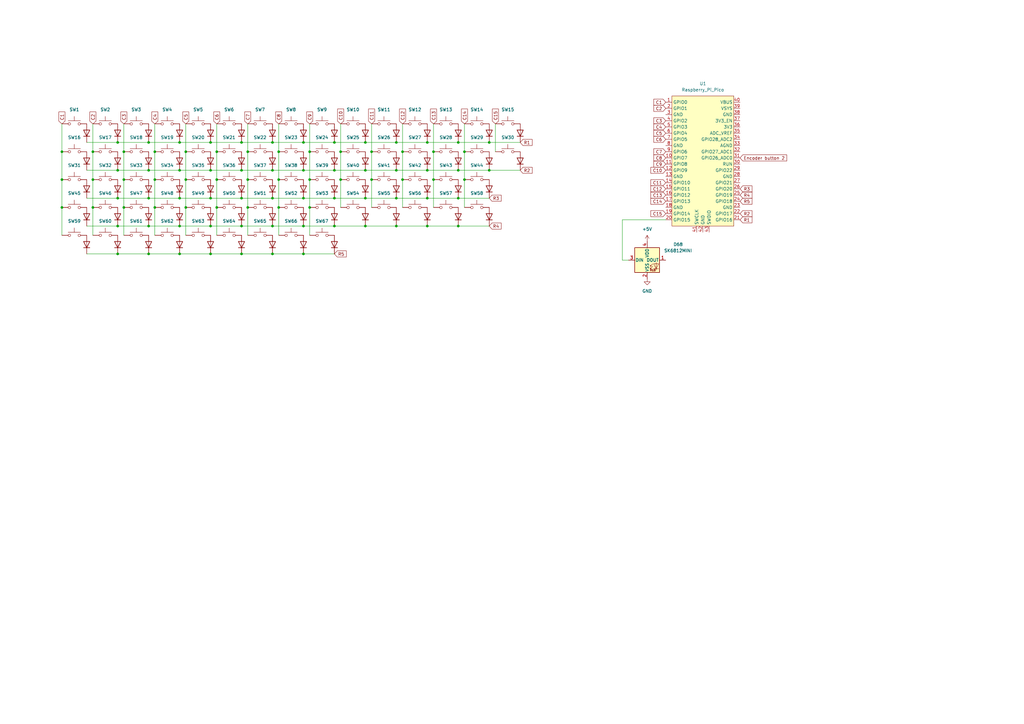
<source format=kicad_sch>
(kicad_sch (version 20250114) (generator "eeschema") (generator_version "9.0")
  (paper "A3")
  (lib_symbols
    (symbol "Device:D" (pin_numbers (hide yes)) (pin_names (offset 1.016) (hide yes))
      (property "Reference" "D" (at 0 2.54 0))
      (property "Value" "D" (at 0 -2.54 0))
      (symbol "D_1_1"
        (pin passive line (at -3.81 0 0) (length 2.54) (name "K") (number "1"))
        (pin passive line (at 3.81 0 180) (length 2.54) (name "A") (number "2"))
      )
    )
    (symbol "LED:SK6812MINI" (pin_names (offset 0.254))
      (property "Reference" "D" (at 5.08 5.715 0))
      (property "Value" "SK6812MINI" (at 1.27 -5.715 0))
      (symbol "SK6812MINI_0_0"
        (text "RGB" (at 2.286 -4.191 0) (effects (font (size 0.762 0.762))))
      )
      (symbol "SK6812MINI_1_1"
        (pin input line (at -7.62 0 0) (length 2.54) (name "DIN") (number "3"))
        (pin power_in line (at 0 7.62 270) (length 2.54) (name "VDD") (number "4"))
        (pin power_in line (at 0 -7.62 90) (length 2.54) (name "VSS") (number "2"))
        (pin output line (at 7.62 0 180) (length 2.54) (name "DOUT") (number "1"))
      )
    )
    (symbol "ScottoKeebs:MCU_Raspberry_Pi_Pico"
      (property "Reference" "U" (at 0 0 0))
      (property "Value" "Raspberry_Pi_Pico" (at 0 27.94 0))
      (symbol "MCU_Raspberry_Pi_Pico_1_1"
        (pin bidirectional line (at -15.24 24.13 0) (length 2.54) (name "GPIO0") (number "1"))
        (pin bidirectional line (at -15.24 21.59 0) (length 2.54) (name "GPIO1") (number "2"))
        (pin power_in line (at -15.24 19.05 0) (length 2.54) (name "GND") (number "3"))
        (pin bidirectional line (at -15.24 16.51 0) (length 2.54) (name "GPIO2") (number "4"))
        (pin bidirectional line (at -15.24 13.97 0) (length 2.54) (name "GPIO3") (number "5"))
        (pin bidirectional line (at -15.24 11.43 0) (length 2.54) (name "GPIO4") (number "6"))
        (pin bidirectional line (at -15.24 8.89 0) (length 2.54) (name "GPIO5") (number "7"))
        (pin power_in line (at -15.24 6.35 0) (length 2.54) (name "GND") (number "8"))
        (pin bidirectional line (at -15.24 3.81 0) (length 2.54) (name "GPIO6") (number "9"))
        (pin bidirectional line (at -15.24 1.27 0) (length 2.54) (name "GPIO7") (number "10"))
        (pin bidirectional line (at -15.24 -1.27 0) (length 2.54) (name "GPIO8") (number "11"))
        (pin bidirectional line (at -15.24 -3.81 0) (length 2.54) (name "GPIO9") (number "12"))
        (pin power_in line (at -15.24 -6.35 0) (length 2.54) (name "GND") (number "13"))
        (pin bidirectional line (at -15.24 -8.89 0) (length 2.54) (name "GPIO10") (number "14"))
        (pin bidirectional line (at -15.24 -11.43 0) (length 2.54) (name "GPIO11") (number "15"))
        (pin bidirectional line (at -15.24 -13.97 0) (length 2.54) (name "GPIO12") (number "16"))
        (pin bidirectional line (at -15.24 -16.51 0) (length 2.54) (name "GPIO13") (number "17"))
        (pin power_in line (at -15.24 -19.05 0) (length 2.54) (name "GND") (number "18"))
        (pin bidirectional line (at -15.24 -21.59 0) (length 2.54) (name "GPIO14") (number "19"))
        (pin bidirectional line (at -15.24 -24.13 0) (length 2.54) (name "GPIO15") (number "20"))
        (pin input line (at -2.54 -29.21 90) (length 2.54) (name "SWCLK") (number "41"))
        (pin power_in line (at 0 -29.21 90) (length 2.54) (name "GND") (number "42"))
        (pin bidirectional line (at 2.54 -29.21 90) (length 2.54) (name "SWDIO") (number "43"))
        (pin power_in line (at 15.24 24.13 180) (length 2.54) (name "VBUS") (number "40"))
        (pin power_in line (at 15.24 21.59 180) (length 2.54) (name "VSYS") (number "39"))
        (pin bidirectional line (at 15.24 19.05 180) (length 2.54) (name "GND") (number "38"))
        (pin input line (at 15.24 16.51 180) (length 2.54) (name "3V3_EN") (number "37"))
        (pin power_in line (at 15.24 13.97 180) (length 2.54) (name "3V3") (number "36"))
        (pin power_in line (at 15.24 11.43 180) (length 2.54) (name "ADC_VREF") (number "35"))
        (pin bidirectional line (at 15.24 8.89 180) (length 2.54) (name "GPIO28_ADC2") (number "34"))
        (pin power_in line (at 15.24 6.35 180) (length 2.54) (name "AGND") (number "33"))
        (pin bidirectional line (at 15.24 3.81 180) (length 2.54) (name "GPIO27_ADC1") (number "32"))
        (pin bidirectional line (at 15.24 1.27 180) (length 2.54) (name "GPIO26_ADC0") (number "31"))
        (pin input line (at 15.24 -1.27 180) (length 2.54) (name "RUN") (number "30"))
        (pin bidirectional line (at 15.24 -3.81 180) (length 2.54) (name "GPIO22") (number "29"))
        (pin power_in line (at 15.24 -6.35 180) (length 2.54) (name "GND") (number "28"))
        (pin bidirectional line (at 15.24 -8.89 180) (length 2.54) (name "GPIO21") (number "27"))
        (pin bidirectional line (at 15.24 -11.43 180) (length 2.54) (name "GPIO20") (number "26"))
        (pin bidirectional line (at 15.24 -13.97 180) (length 2.54) (name "GPIO19") (number "25"))
        (pin bidirectional line (at 15.24 -16.51 180) (length 2.54) (name "GPIO18") (number "24"))
        (pin power_in line (at 15.24 -19.05 180) (length 2.54) (name "GND") (number "23"))
        (pin bidirectional line (at 15.24 -21.59 180) (length 2.54) (name "GPIO17") (number "22"))
        (pin bidirectional line (at 15.24 -24.13 180) (length 2.54) (name "GPIO16") (number "21"))
      )
    )
    (symbol "Switch:SW_Push" (pin_numbers (hide yes)) (pin_names (offset 1.016) (hide yes))
      (property "Reference" "SW" (at 1.27 2.54 0))
      (property "Value" "SW_Push" (at 0 -1.524 0))
      (symbol "SW_Push_0_1"
        (pin passive line (at -5.08 0 0) (length 2.54) (name "1") (number "1"))
        (pin passive line (at 5.08 0 180) (length 2.54) (name "2") (number "2"))
      )
    )
    (symbol "power:+5V" (power) (pin_numbers (hide yes)) (pin_names (offset 0) (hide yes))
      (property "Value" "+5V" (at 0 3.556 0))
      (symbol "+5V_1_1"
        (pin power_in line (at 0 0 90) (length 0) (name "~") (number "1"))
      )
    )
    (symbol "power:GND" (power) (pin_numbers (hide yes)) (pin_names (offset 0) (hide yes))
      (property "Value" "GND" (at 0 -3.81 0))
      (symbol "GND_1_1"
        (pin power_in line (at 0 0 270) (length 0) (name "~") (number "1"))
      )
    )
  )
  (junction (at 139.7 73.66))
  (junction (at 111.76 69.85))
  (junction (at 73.66 58.42))
  (junction (at 76.2 85.09))
  (junction (at 50.8 62.23))
  (junction (at 86.36 104.14))
  (junction (at 25.4 73.66))
  (junction (at 127 73.66))
  (junction (at 162.56 69.85))
  (junction (at 88.9 85.09))
  (junction (at 124.46 104.14))
  (junction (at 73.66 92.71))
  (junction (at 177.8 62.23))
  (junction (at 124.46 81.28))
  (junction (at 175.26 58.42))
  (junction (at 187.96 58.42))
  (junction (at 137.16 81.28))
  (junction (at 111.76 92.71))
  (junction (at 73.66 69.85))
  (junction (at 137.16 69.85))
  (junction (at 149.86 69.85))
  (junction (at 101.6 62.23))
  (junction (at 63.5 62.23))
  (junction (at 124.46 58.42))
  (junction (at 63.5 85.09))
  (junction (at 38.1 73.66))
  (junction (at 88.9 73.66))
  (junction (at 127 85.09))
  (junction (at 99.06 92.71))
  (junction (at 152.4 73.66))
  (junction (at 139.7 62.23))
  (junction (at 73.66 81.28))
  (junction (at 187.96 69.85))
  (junction (at 111.76 81.28))
  (junction (at 165.1 62.23))
  (junction (at 48.26 81.28))
  (junction (at 60.96 104.14))
  (junction (at 86.36 58.42))
  (junction (at 60.96 92.71))
  (junction (at 162.56 92.71))
  (junction (at 48.26 69.85))
  (junction (at 88.9 62.23))
  (junction (at 86.36 81.28))
  (junction (at 101.6 73.66))
  (junction (at 137.16 92.71))
  (junction (at 175.26 92.71))
  (junction (at 60.96 69.85))
  (junction (at 190.5 73.66))
  (junction (at 149.86 81.28))
  (junction (at 50.8 73.66))
  (junction (at 76.2 62.23))
  (junction (at 175.26 81.28))
  (junction (at 149.86 92.71))
  (junction (at 200.66 69.85))
  (junction (at 187.96 81.28))
  (junction (at 76.2 73.66))
  (junction (at 48.26 58.42))
  (junction (at 50.8 85.09))
  (junction (at 99.06 58.42))
  (junction (at 127 62.23))
  (junction (at 48.26 104.14))
  (junction (at 137.16 58.42))
  (junction (at 187.96 92.71))
  (junction (at 99.06 69.85))
  (junction (at 190.5 62.23))
  (junction (at 149.86 58.42))
  (junction (at 165.1 73.66))
  (junction (at 114.3 85.09))
  (junction (at 25.4 85.09))
  (junction (at 152.4 62.23))
  (junction (at 114.3 73.66))
  (junction (at 25.4 62.23))
  (junction (at 124.46 69.85))
  (junction (at 111.76 104.14))
  (junction (at 60.96 81.28))
  (junction (at 114.3 62.23))
  (junction (at 73.66 104.14))
  (junction (at 86.36 92.71))
  (junction (at 86.36 69.85))
  (junction (at 38.1 62.23))
  (junction (at 99.06 81.28))
  (junction (at 63.5 73.66))
  (junction (at 111.76 58.42))
  (junction (at 60.96 58.42))
  (junction (at 175.26 69.85))
  (junction (at 38.1 85.09))
  (junction (at 48.26 92.71))
  (junction (at 162.56 58.42))
  (junction (at 200.66 58.42))
  (junction (at 162.56 81.28))
  (junction (at 177.8 73.66))
  (junction (at 101.6 85.09))
  (junction (at 99.06 104.14))
  (junction (at 124.46 92.71))
  (wire (pts (xy 149.86 81.28) (xy 162.56 81.28)))
  (wire (pts (xy 76.2 62.23) (xy 76.2 73.66)))
  (wire (pts (xy 101.6 50.8) (xy 101.6 62.23)))
  (wire (pts (xy 99.06 69.85) (xy 111.76 69.85)))
  (wire (pts (xy 187.96 92.71) (xy 200.66 92.71)))
  (wire (pts (xy 111.76 58.42) (xy 124.46 58.42)))
  (wire (pts (xy 255.27 106.68) (xy 255.27 90.17)))
  (wire (pts (xy 187.96 58.42) (xy 200.66 58.42)))
  (wire (pts (xy 25.4 73.66) (xy 25.4 85.09)))
  (wire (pts (xy 48.26 81.28) (xy 60.96 81.28)))
  (wire (pts (xy 35.56 58.42) (xy 48.26 58.42)))
  (wire (pts (xy 88.9 85.09) (xy 88.9 96.52)))
  (wire (pts (xy 257.81 106.68) (xy 255.27 106.68)))
  (wire (pts (xy 101.6 62.23) (xy 101.6 73.66)))
  (wire (pts (xy 162.56 92.71) (xy 175.26 92.71)))
  (wire (pts (xy 165.1 50.8) (xy 165.1 62.23)))
  (wire (pts (xy 38.1 85.09) (xy 38.1 96.52)))
  (wire (pts (xy 137.16 58.42) (xy 149.86 58.42)))
  (wire (pts (xy 60.96 81.28) (xy 73.66 81.28)))
  (wire (pts (xy 177.8 50.8) (xy 177.8 62.23)))
  (wire (pts (xy 111.76 81.28) (xy 124.46 81.28)))
  (wire (pts (xy 99.06 104.14) (xy 111.76 104.14)))
  (wire (pts (xy 177.8 62.23) (xy 177.8 73.66)))
  (wire (pts (xy 127 73.66) (xy 127 85.09)))
  (wire (pts (xy 114.3 85.09) (xy 114.3 96.52)))
  (wire (pts (xy 50.8 73.66) (xy 50.8 85.09)))
  (wire (pts (xy 149.86 58.42) (xy 162.56 58.42)))
  (wire (pts (xy 35.56 92.71) (xy 48.26 92.71)))
  (wire (pts (xy 124.46 69.85) (xy 137.16 69.85)))
  (wire (pts (xy 175.26 69.85) (xy 187.96 69.85)))
  (wire (pts (xy 38.1 73.66) (xy 38.1 85.09)))
  (wire (pts (xy 127 50.8) (xy 127 62.23)))
  (wire (pts (xy 86.36 92.71) (xy 99.06 92.71)))
  (wire (pts (xy 35.56 104.14) (xy 48.26 104.14)))
  (wire (pts (xy 50.8 50.8) (xy 50.8 62.23)))
  (wire (pts (xy 48.26 92.71) (xy 60.96 92.71)))
  (wire (pts (xy 99.06 92.71) (xy 111.76 92.71)))
  (wire (pts (xy 190.5 62.23) (xy 190.5 73.66)))
  (wire (pts (xy 114.3 73.66) (xy 114.3 85.09)))
  (wire (pts (xy 190.5 50.8) (xy 190.5 62.23)))
  (wire (pts (xy 73.66 69.85) (xy 86.36 69.85)))
  (wire (pts (xy 190.5 73.66) (xy 190.5 85.09)))
  (wire (pts (xy 175.26 58.42) (xy 187.96 58.42)))
  (wire (pts (xy 25.4 62.23) (xy 25.4 73.66)))
  (wire (pts (xy 149.86 69.85) (xy 162.56 69.85)))
  (wire (pts (xy 99.06 81.28) (xy 111.76 81.28)))
  (wire (pts (xy 60.96 58.42) (xy 73.66 58.42)))
  (wire (pts (xy 152.4 73.66) (xy 152.4 85.09)))
  (wire (pts (xy 86.36 69.85) (xy 99.06 69.85)))
  (wire (pts (xy 60.96 92.71) (xy 73.66 92.71)))
  (wire (pts (xy 35.56 81.28) (xy 48.26 81.28)))
  (wire (pts (xy 50.8 62.23) (xy 50.8 73.66)))
  (wire (pts (xy 127 85.09) (xy 127 96.52)))
  (wire (pts (xy 76.2 50.8) (xy 76.2 62.23)))
  (wire (pts (xy 86.36 81.28) (xy 99.06 81.28)))
  (wire (pts (xy 149.86 92.71) (xy 162.56 92.71)))
  (wire (pts (xy 165.1 73.66) (xy 165.1 85.09)))
  (wire (pts (xy 35.56 69.85) (xy 48.26 69.85)))
  (wire (pts (xy 60.96 69.85) (xy 73.66 69.85)))
  (wire (pts (xy 48.26 58.42) (xy 60.96 58.42)))
  (wire (pts (xy 255.27 90.17) (xy 273.05 90.17)))
  (wire (pts (xy 76.2 73.66) (xy 76.2 85.09)))
  (wire (pts (xy 162.56 69.85) (xy 175.26 69.85)))
  (wire (pts (xy 38.1 62.23) (xy 38.1 73.66)))
  (wire (pts (xy 111.76 92.71) (xy 124.46 92.71)))
  (wire (pts (xy 73.66 58.42) (xy 86.36 58.42)))
  (wire (pts (xy 86.36 58.42) (xy 99.06 58.42)))
  (wire (pts (xy 73.66 104.14) (xy 86.36 104.14)))
  (wire (pts (xy 76.2 85.09) (xy 76.2 96.52)))
  (wire (pts (xy 63.5 73.66) (xy 63.5 85.09)))
  (wire (pts (xy 137.16 81.28) (xy 149.86 81.28)))
  (wire (pts (xy 203.2 50.8) (xy 203.2 62.23)))
  (wire (pts (xy 111.76 104.14) (xy 124.46 104.14)))
  (wire (pts (xy 60.96 104.14) (xy 73.66 104.14)))
  (wire (pts (xy 162.56 81.28) (xy 175.26 81.28)))
  (wire (pts (xy 175.26 92.71) (xy 187.96 92.71)))
  (wire (pts (xy 25.4 50.8) (xy 25.4 62.23)))
  (wire (pts (xy 187.96 69.85) (xy 200.66 69.85)))
  (wire (pts (xy 48.26 69.85) (xy 60.96 69.85)))
  (wire (pts (xy 137.16 69.85) (xy 149.86 69.85)))
  (wire (pts (xy 124.46 81.28) (xy 137.16 81.28)))
  (wire (pts (xy 175.26 81.28) (xy 187.96 81.28)))
  (wire (pts (xy 63.5 62.23) (xy 63.5 73.66)))
  (wire (pts (xy 177.8 73.66) (xy 177.8 85.09)))
  (wire (pts (xy 63.5 85.09) (xy 63.5 96.52)))
  (wire (pts (xy 162.56 58.42) (xy 175.26 58.42)))
  (wire (pts (xy 114.3 50.8) (xy 114.3 62.23)))
  (wire (pts (xy 101.6 85.09) (xy 101.6 96.52)))
  (wire (pts (xy 124.46 58.42) (xy 137.16 58.42)))
  (wire (pts (xy 200.66 58.42) (xy 213.36 58.42)))
  (wire (pts (xy 48.26 104.14) (xy 60.96 104.14)))
  (wire (pts (xy 152.4 50.8) (xy 152.4 62.23)))
  (wire (pts (xy 124.46 92.71) (xy 137.16 92.71)))
  (wire (pts (xy 114.3 62.23) (xy 114.3 73.66)))
  (wire (pts (xy 111.76 69.85) (xy 124.46 69.85)))
  (wire (pts (xy 187.96 81.28) (xy 200.66 81.28)))
  (wire (pts (xy 137.16 92.71) (xy 149.86 92.71)))
  (wire (pts (xy 139.7 73.66) (xy 139.7 85.09)))
  (wire (pts (xy 25.4 85.09) (xy 25.4 96.52)))
  (wire (pts (xy 88.9 62.23) (xy 88.9 73.66)))
  (wire (pts (xy 200.66 69.85) (xy 213.36 69.85)))
  (wire (pts (xy 124.46 104.14) (xy 137.16 104.14)))
  (wire (pts (xy 99.06 58.42) (xy 111.76 58.42)))
  (wire (pts (xy 73.66 81.28) (xy 86.36 81.28)))
  (wire (pts (xy 73.66 92.71) (xy 86.36 92.71)))
  (wire (pts (xy 88.9 50.8) (xy 88.9 62.23)))
  (wire (pts (xy 38.1 50.8) (xy 38.1 62.23)))
  (wire (pts (xy 101.6 73.66) (xy 101.6 85.09)))
  (wire (pts (xy 86.36 104.14) (xy 99.06 104.14)))
  (wire (pts (xy 139.7 50.8) (xy 139.7 62.23)))
  (wire (pts (xy 139.7 62.23) (xy 139.7 73.66)))
  (wire (pts (xy 152.4 62.23) (xy 152.4 73.66)))
  (wire (pts (xy 50.8 85.09) (xy 50.8 96.52)))
  (wire (pts (xy 88.9 73.66) (xy 88.9 85.09)))
  (wire (pts (xy 63.5 50.8) (xy 63.5 62.23)))
  (wire (pts (xy 165.1 62.23) (xy 165.1 73.66)))
  (wire (pts (xy 127 62.23) (xy 127 73.66)))
  (global_label "R4" (shape input) (at 200.66 92.71 0) (property "Intersheetrefs" "${INTERSHEET_REFS}" (effects (hide yes))))
  (global_label "C8" (shape input) (at 114.3 50.8 90) (property "Intersheetrefs" "${INTERSHEET_REFS}" (effects (hide yes))))
  (global_label "C5" (shape input) (at 273.05 54.61 180) (property "Intersheetrefs" "${INTERSHEET_REFS}" (effects (hide yes))))
  (global_label "C9" (shape input) (at 273.05 67.31 180) (property "Intersheetrefs" "${INTERSHEET_REFS}" (effects (hide yes))))
  (global_label "C2" (shape input) (at 273.05 44.45 180) (property "Intersheetrefs" "${INTERSHEET_REFS}" (effects (hide yes))))
  (global_label "C12" (shape input) (at 273.05 77.47 180) (property "Intersheetrefs" "${INTERSHEET_REFS}" (effects (hide yes))))
  (global_label "C13" (shape input) (at 273.05 80.01 180) (property "Intersheetrefs" "${INTERSHEET_REFS}" (effects (hide yes))))
  (global_label "C11" (shape input) (at 273.05 74.93 180) (property "Intersheetrefs" "${INTERSHEET_REFS}" (effects (hide yes))))
  (global_label "Encoder button 2" (shape input) (at 303.53 64.77 0) (property "Intersheetrefs" "${INTERSHEET_REFS}" (effects (hide yes))))
  (global_label "C15" (shape input) (at 203.2 50.8 90) (property "Intersheetrefs" "${INTERSHEET_REFS}" (effects (hide yes))))
  (global_label "R2" (shape input) (at 303.53 87.63 0) (property "Intersheetrefs" "${INTERSHEET_REFS}" (effects (hide yes))))
  (global_label "C10" (shape input) (at 139.7 50.8 90) (property "Intersheetrefs" "${INTERSHEET_REFS}" (effects (hide yes))))
  (global_label "C4" (shape input) (at 63.5 50.8 90) (property "Intersheetrefs" "${INTERSHEET_REFS}" (effects (hide yes))))
  (global_label "R5" (shape input) (at 303.53 82.55 0) (property "Intersheetrefs" "${INTERSHEET_REFS}" (effects (hide yes))))
  (global_label "C12" (shape input) (at 165.1 50.8 90) (property "Intersheetrefs" "${INTERSHEET_REFS}" (effects (hide yes))))
  (global_label "R4" (shape input) (at 303.53 80.01 0) (property "Intersheetrefs" "${INTERSHEET_REFS}" (effects (hide yes))))
  (global_label "C9" (shape input) (at 127 50.8 90) (property "Intersheetrefs" "${INTERSHEET_REFS}" (effects (hide yes))))
  (global_label "C13" (shape input) (at 177.8 50.8 90) (property "Intersheetrefs" "${INTERSHEET_REFS}" (effects (hide yes))))
  (global_label "R3" (shape input) (at 200.66 81.28 0) (property "Intersheetrefs" "${INTERSHEET_REFS}" (effects (hide yes))))
  (global_label "R1" (shape input) (at 303.53 90.17 0) (property "Intersheetrefs" "${INTERSHEET_REFS}" (effects (hide yes))))
  (global_label "C7" (shape input) (at 101.6 50.8 90) (property "Intersheetrefs" "${INTERSHEET_REFS}" (effects (hide yes))))
  (global_label "C14" (shape input) (at 190.5 50.8 90) (property "Intersheetrefs" "${INTERSHEET_REFS}" (effects (hide yes))))
  (global_label "C11" (shape input) (at 152.4 50.8 90) (property "Intersheetrefs" "${INTERSHEET_REFS}" (effects (hide yes))))
  (global_label "R2" (shape input) (at 213.36 69.85 0) (property "Intersheetrefs" "${INTERSHEET_REFS}" (effects (hide yes))))
  (global_label "C7" (shape input) (at 273.05 62.23 180) (property "Intersheetrefs" "${INTERSHEET_REFS}" (effects (hide yes))))
  (global_label "R3" (shape input) (at 303.53 77.47 0) (property "Intersheetrefs" "${INTERSHEET_REFS}" (effects (hide yes))))
  (global_label "R5" (shape input) (at 137.16 104.14 0) (property "Intersheetrefs" "${INTERSHEET_REFS}" (effects (hide yes))))
  (global_label "C2" (shape input) (at 38.1 50.8 90) (property "Intersheetrefs" "${INTERSHEET_REFS}" (effects (hide yes))))
  (global_label "C1" (shape input) (at 273.05 41.91 180) (property "Intersheetrefs" "${INTERSHEET_REFS}" (effects (hide yes))))
  (global_label "C10" (shape input) (at 273.05 69.85 180) (property "Intersheetrefs" "${INTERSHEET_REFS}" (effects (hide yes))))
  (global_label "C8" (shape input) (at 273.05 64.77 180) (property "Intersheetrefs" "${INTERSHEET_REFS}" (effects (hide yes))))
  (global_label "C5" (shape input) (at 76.2 50.8 90) (property "Intersheetrefs" "${INTERSHEET_REFS}" (effects (hide yes))))
  (global_label "C3" (shape input) (at 50.8 50.8 90) (property "Intersheetrefs" "${INTERSHEET_REFS}" (effects (hide yes))))
  (global_label "C4" (shape input) (at 273.05 52.07 180) (property "Intersheetrefs" "${INTERSHEET_REFS}" (effects (hide yes))))
  (global_label "C1" (shape input) (at 25.4 50.8 90) (property "Intersheetrefs" "${INTERSHEET_REFS}" (effects (hide yes))))
  (global_label "R1" (shape input) (at 213.36 58.42 0) (property "Intersheetrefs" "${INTERSHEET_REFS}" (effects (hide yes))))
  (global_label "C15" (shape input) (at 273.05 87.63 180) (property "Intersheetrefs" "${INTERSHEET_REFS}" (effects (hide yes))))
  (global_label "C14" (shape input) (at 273.05 82.55 180) (property "Intersheetrefs" "${INTERSHEET_REFS}" (effects (hide yes))))
  (global_label "C6" (shape input) (at 88.9 50.8 90) (property "Intersheetrefs" "${INTERSHEET_REFS}" (effects (hide yes))))
  (global_label "C6" (shape input) (at 273.05 57.15 180) (property "Intersheetrefs" "${INTERSHEET_REFS}" (effects (hide yes))))
  (global_label "C3" (shape input) (at 273.05 49.53 180) (property "Intersheetrefs" "${INTERSHEET_REFS}" (effects (hide yes))))
  (symbol (lib_id "Device:D") (at 60.96 77.47 90) (unit 1)
    (property "Reference" "D33" (effects (hide yes)))
    (property "Value" "D" (effects (hide yes)))
    (property "Footprint" "Diode_THT:D_DO-35_SOD27_P7.62mm_Horizontal" (effects (hide yes)))
    (property "Description" "Diode" (effects (hide yes)))
    (property "Sim.Device" "D" (effects (hide yes)))
    (property "Sim.Pins" "1=K 2=A" (effects (hide yes)))
  )
  (symbol (lib_id "Switch:SW_Push") (at 170.18 62.23 0) (unit 1)
    (property "Reference" "SW27" (at 170.18 56.388 0))
    (property "Value" "SW_Push" (effects (hide yes)))
    (property "Footprint" "Button_Switch_Keyboard:SW_Cherry_MX_1.00u_PCB" (effects (hide yes)))
    (property "Description" "Push button switch, generic, two pins" (effects (hide yes)))
  )
  (symbol (lib_id "Device:D") (at 73.66 100.33 90) (unit 1)
    (property "Reference" "D62" (effects (hide yes)))
    (property "Value" "D" (effects (hide yes)))
    (property "Footprint" "Diode_THT:D_DO-35_SOD27_P7.62mm_Horizontal" (effects (hide yes)))
    (property "Description" "Diode" (effects (hide yes)))
    (property "Sim.Device" "D" (effects (hide yes)))
    (property "Sim.Pins" "1=K 2=A" (effects (hide yes)))
  )
  (symbol (lib_id "Device:D") (at 124.46 88.9 90) (unit 1)
    (property "Reference" "D52" (effects (hide yes)))
    (property "Value" "D" (effects (hide yes)))
    (property "Footprint" "Diode_THT:D_DO-35_SOD27_P7.62mm_Horizontal" (effects (hide yes)))
    (property "Description" "Diode" (effects (hide yes)))
    (property "Sim.Device" "D" (effects (hide yes)))
    (property "Sim.Pins" "1=K 2=A" (effects (hide yes)))
  )
  (symbol (lib_id "Device:D") (at 137.16 66.04 90) (unit 1)
    (property "Reference" "D24" (effects (hide yes)))
    (property "Value" "D" (effects (hide yes)))
    (property "Footprint" "Diode_THT:D_DO-35_SOD27_P7.62mm_Horizontal" (effects (hide yes)))
    (property "Description" "Diode" (effects (hide yes)))
    (property "Sim.Device" "D" (effects (hide yes)))
    (property "Sim.Pins" "1=K 2=A" (effects (hide yes)))
  )
  (symbol (lib_id "Switch:SW_Push") (at 43.18 96.52 0) (unit 1)
    (property "Reference" "SW60" (at 43.18 90.678 0))
    (property "Value" "SW_Push" (effects (hide yes)))
    (property "Footprint" "Button_Switch_Keyboard:SW_Cherry_MX_1.25u_PCB" (effects (hide yes)))
    (property "Description" "Push button switch, generic, two pins" (effects (hide yes)))
  )
  (symbol (lib_id "Switch:SW_Push") (at 132.08 85.09 0) (unit 1)
    (property "Reference" "SW53" (at 132.08 79.248 0))
    (property "Value" "SW_Push" (effects (hide yes)))
    (property "Footprint" "Button_Switch_Keyboard:SW_Cherry_MX_1.00u_PCB" (effects (hide yes)))
    (property "Description" "Push button switch, generic, two pins" (effects (hide yes)))
  )
  (symbol (lib_id "Switch:SW_Push") (at 55.88 85.09 0) (unit 1)
    (property "Reference" "SW47" (at 55.88 79.248 0))
    (property "Value" "SW_Push" (effects (hide yes)))
    (property "Footprint" "Button_Switch_Keyboard:SW_Cherry_MX_1.00u_PCB" (effects (hide yes)))
    (property "Description" "Push button switch, generic, two pins" (effects (hide yes)))
  )
  (symbol (lib_id "Device:D") (at 48.26 88.9 90) (unit 1)
    (property "Reference" "D46" (effects (hide yes)))
    (property "Value" "D" (effects (hide yes)))
    (property "Footprint" "Diode_THT:D_DO-35_SOD27_P7.62mm_Horizontal" (effects (hide yes)))
    (property "Description" "Diode" (effects (hide yes)))
    (property "Sim.Device" "D" (effects (hide yes)))
    (property "Sim.Pins" "1=K 2=A" (effects (hide yes)))
  )
  (symbol (lib_id "Device:D") (at 175.26 66.04 90) (unit 1)
    (property "Reference" "D27" (effects (hide yes)))
    (property "Value" "D" (effects (hide yes)))
    (property "Footprint" "Diode_THT:D_DO-35_SOD27_P7.62mm_Horizontal" (effects (hide yes)))
    (property "Description" "Diode" (effects (hide yes)))
    (property "Sim.Device" "D" (effects (hide yes)))
    (property "Sim.Pins" "1=K 2=A" (effects (hide yes)))
  )
  (symbol (lib_id "Switch:SW_Push") (at 208.28 50.8 0) (unit 1)
    (property "Reference" "SW15" (at 208.28 44.958 0))
    (property "Value" "SW_Push" (effects (hide yes)))
    (property "Footprint" "Button_Switch_Keyboard:SW_Cherry_MX_1.00u_PCB" (effects (hide yes)))
    (property "Description" "Push button switch, generic, two pins" (effects (hide yes)))
  )
  (symbol (lib_id "Device:D") (at 99.06 77.47 90) (unit 1)
    (property "Reference" "D36" (effects (hide yes)))
    (property "Value" "D" (effects (hide yes)))
    (property "Footprint" "Diode_THT:D_DO-35_SOD27_P7.62mm_Horizontal" (effects (hide yes)))
    (property "Description" "Diode" (effects (hide yes)))
    (property "Sim.Device" "D" (effects (hide yes)))
    (property "Sim.Pins" "1=K 2=A" (effects (hide yes)))
  )
  (symbol (lib_id "Switch:SW_Push") (at 68.58 85.09 0) (unit 1)
    (property "Reference" "SW48" (at 68.58 79.248 0))
    (property "Value" "SW_Push" (effects (hide yes)))
    (property "Footprint" "Button_Switch_Keyboard:SW_Cherry_MX_1.00u_PCB" (effects (hide yes)))
    (property "Description" "Push button switch, generic, two pins" (effects (hide yes)))
  )
  (symbol (lib_id "Device:D") (at 124.46 54.61 90) (unit 1)
    (property "Reference" "D8" (effects (hide yes)))
    (property "Value" "D" (effects (hide yes)))
    (property "Footprint" "Diode_THT:D_DO-35_SOD27_P7.62mm_Horizontal" (effects (hide yes)))
    (property "Description" "Diode" (effects (hide yes)))
    (property "Sim.Device" "D" (effects (hide yes)))
    (property "Sim.Pins" "1=K 2=A" (effects (hide yes)))
  )
  (symbol (lib_id "Device:D") (at 35.56 100.33 90) (unit 1)
    (property "Reference" "D59" (effects (hide yes)))
    (property "Value" "D" (effects (hide yes)))
    (property "Footprint" "Diode_THT:D_DO-35_SOD27_P7.62mm_Horizontal" (effects (hide yes)))
    (property "Description" "Diode" (effects (hide yes)))
    (property "Sim.Device" "D" (effects (hide yes)))
    (property "Sim.Pins" "1=K 2=A" (effects (hide yes)))
  )
  (symbol (lib_id "Device:D") (at 111.76 66.04 90) (unit 1)
    (property "Reference" "D22" (effects (hide yes)))
    (property "Value" "D" (effects (hide yes)))
    (property "Footprint" "Diode_THT:D_DO-35_SOD27_P7.62mm_Horizontal" (effects (hide yes)))
    (property "Description" "Diode" (effects (hide yes)))
    (property "Sim.Device" "D" (effects (hide yes)))
    (property "Sim.Pins" "1=K 2=A" (effects (hide yes)))
  )
  (symbol (lib_id "Switch:SW_Push") (at 144.78 85.09 0) (unit 1)
    (property "Reference" "SW54" (at 144.78 79.248 0))
    (property "Value" "SW_Push" (effects (hide yes)))
    (property "Footprint" "Button_Switch_Keyboard:SW_Cherry_MX_1.00u_PCB" (effects (hide yes)))
    (property "Description" "Push button switch, generic, two pins" (effects (hide yes)))
  )
  (symbol (lib_id "Device:D") (at 175.26 88.9 90) (unit 1)
    (property "Reference" "D56" (effects (hide yes)))
    (property "Value" "D" (effects (hide yes)))
    (property "Footprint" "Diode_THT:D_DO-35_SOD27_P7.62mm_Horizontal" (effects (hide yes)))
    (property "Description" "Diode" (effects (hide yes)))
    (property "Sim.Device" "D" (effects (hide yes)))
    (property "Sim.Pins" "1=K 2=A" (effects (hide yes)))
  )
  (symbol (lib_id "Device:D") (at 124.46 66.04 90) (unit 1)
    (property "Reference" "D23" (effects (hide yes)))
    (property "Value" "D" (effects (hide yes)))
    (property "Footprint" "Diode_THT:D_DO-35_SOD27_P7.62mm_Horizontal" (effects (hide yes)))
    (property "Description" "Diode" (effects (hide yes)))
    (property "Sim.Device" "D" (effects (hide yes)))
    (property "Sim.Pins" "1=K 2=A" (effects (hide yes)))
  )
  (symbol (lib_id "Switch:SW_Push") (at 68.58 73.66 0) (unit 1)
    (property "Reference" "SW34" (at 68.58 67.818 0))
    (property "Value" "SW_Push" (effects (hide yes)))
    (property "Footprint" "Button_Switch_Keyboard:SW_Cherry_MX_1.00u_PCB" (effects (hide yes)))
    (property "Description" "Push button switch, generic, two pins" (effects (hide yes)))
  )
  (symbol (lib_id "Switch:SW_Push") (at 43.18 85.09 0) (unit 1)
    (property "Reference" "SW46" (at 43.18 79.248 0))
    (property "Value" "SW_Push" (effects (hide yes)))
    (property "Footprint" "Button_Switch_Keyboard:SW_Cherry_MX_1.00u_PCB" (effects (hide yes)))
    (property "Description" "Push button switch, generic, two pins" (effects (hide yes)))
  )
  (symbol (lib_id "Switch:SW_Push") (at 30.48 73.66 0) (unit 1)
    (property "Reference" "SW31" (at 30.48 67.818 0))
    (property "Value" "SW_Push" (effects (hide yes)))
    (property "Footprint" "Button_Switch_Keyboard:SW_Cherry_MX_1.75u_PCB" (effects (hide yes)))
    (property "Description" "Push button switch, generic, two pins" (effects (hide yes)))
  )
  (symbol (lib_id "Switch:SW_Push") (at 30.48 50.8 0) (unit 1)
    (property "Reference" "SW1" (at 30.48 44.958 0))
    (property "Value" "SW_Push" (effects (hide yes)))
    (property "Footprint" "Button_Switch_Keyboard:SW_Cherry_MX_1.00u_PCB" (effects (hide yes)))
    (property "Description" "Push button switch, generic, two pins" (effects (hide yes)))
  )
  (symbol (lib_id "Device:D") (at 187.96 54.61 90) (unit 1)
    (property "Reference" "D13" (effects (hide yes)))
    (property "Value" "D" (effects (hide yes)))
    (property "Footprint" "Diode_THT:D_DO-35_SOD27_P7.62mm_Horizontal" (effects (hide yes)))
    (property "Description" "Diode" (effects (hide yes)))
    (property "Sim.Device" "D" (effects (hide yes)))
    (property "Sim.Pins" "1=K 2=A" (effects (hide yes)))
  )
  (symbol (lib_id "Switch:SW_Push") (at 30.48 62.23 0) (unit 1)
    (property "Reference" "SW16" (at 30.48 56.388 0))
    (property "Value" "SW_Push" (effects (hide yes)))
    (property "Footprint" "Button_Switch_Keyboard:SW_Cherry_MX_1.50u_PCB" (effects (hide yes)))
    (property "Description" "Push button switch, generic, two pins" (effects (hide yes)))
  )
  (symbol (lib_id "Device:D") (at 137.16 54.61 90) (unit 1)
    (property "Reference" "D9" (effects (hide yes)))
    (property "Value" "D" (effects (hide yes)))
    (property "Footprint" "Diode_THT:D_DO-35_SOD27_P7.62mm_Horizontal" (effects (hide yes)))
    (property "Description" "Diode" (effects (hide yes)))
    (property "Sim.Device" "D" (effects (hide yes)))
    (property "Sim.Pins" "1=K 2=A" (effects (hide yes)))
  )
  (symbol (lib_id "Device:D") (at 99.06 88.9 90) (unit 1)
    (property "Reference" "D50" (effects (hide yes)))
    (property "Value" "D" (effects (hide yes)))
    (property "Footprint" "Diode_THT:D_DO-35_SOD27_P7.62mm_Horizontal" (effects (hide yes)))
    (property "Description" "Diode" (effects (hide yes)))
    (property "Sim.Device" "D" (effects (hide yes)))
    (property "Sim.Pins" "1=K 2=A" (effects (hide yes)))
  )
  (symbol (lib_id "Device:D") (at 48.26 100.33 90) (unit 1)
    (property "Reference" "D60" (effects (hide yes)))
    (property "Value" "D" (effects (hide yes)))
    (property "Footprint" "Diode_THT:D_DO-35_SOD27_P7.62mm_Horizontal" (effects (hide yes)))
    (property "Description" "Diode" (effects (hide yes)))
    (property "Sim.Device" "D" (effects (hide yes)))
    (property "Sim.Pins" "1=K 2=A" (effects (hide yes)))
  )
  (symbol (lib_id "Switch:SW_Push") (at 195.58 73.66 0) (unit 1)
    (property "Reference" "SW44" (at 195.58 67.818 0))
    (property "Value" "SW_Push" (effects (hide yes)))
    (property "Footprint" "Button_Switch_Keyboard:SW_Cherry_MX_1.00u_PCB" (effects (hide yes)))
    (property "Description" "Push button switch, generic, two pins" (effects (hide yes)))
  )
  (symbol (lib_id "Device:D") (at 149.86 77.47 90) (unit 1)
    (property "Reference" "D40" (effects (hide yes)))
    (property "Value" "D" (effects (hide yes)))
    (property "Footprint" "Diode_THT:D_DO-35_SOD27_P7.62mm_Horizontal" (effects (hide yes)))
    (property "Description" "Diode" (effects (hide yes)))
    (property "Sim.Device" "D" (effects (hide yes)))
    (property "Sim.Pins" "1=K 2=A" (effects (hide yes)))
  )
  (symbol (lib_id "Device:D") (at 162.56 88.9 90) (unit 1)
    (property "Reference" "D55" (effects (hide yes)))
    (property "Value" "D" (effects (hide yes)))
    (property "Footprint" "Diode_THT:D_DO-35_SOD27_P7.62mm_Horizontal" (effects (hide yes)))
    (property "Description" "Diode" (effects (hide yes)))
    (property "Sim.Device" "D" (effects (hide yes)))
    (property "Sim.Pins" "1=K 2=A" (effects (hide yes)))
  )
  (symbol (lib_id "Switch:SW_Push") (at 182.88 73.66 0) (unit 1)
    (property "Reference" "SW43" (at 182.88 67.818 0))
    (property "Value" "SW_Push" (effects (hide yes)))
    (property "Footprint" "Button_Switch_Keyboard:SW_Cherry_MX_2.00u_PCB" (effects (hide yes)))
    (property "Description" "Push button switch, generic, two pins" (effects (hide yes)))
  )
  (symbol (lib_id "Device:D") (at 111.76 77.47 90) (unit 1)
    (property "Reference" "D37" (effects (hide yes)))
    (property "Value" "D" (effects (hide yes)))
    (property "Footprint" "Diode_THT:D_DO-35_SOD27_P7.62mm_Horizontal" (effects (hide yes)))
    (property "Description" "Diode" (effects (hide yes)))
    (property "Sim.Device" "D" (effects (hide yes)))
    (property "Sim.Pins" "1=K 2=A" (effects (hide yes)))
  )
  (symbol (lib_id "Switch:SW_Push") (at 55.88 96.52 0) (unit 1)
    (property "Reference" "SW61" (at 55.88 90.678 0))
    (property "Value" "SW_Push" (effects (hide yes)))
    (property "Footprint" "Button_Switch_Keyboard:SW_Cherry_MX_1.25u_PCB" (effects (hide yes)))
    (property "Description" "Push button switch, generic, two pins" (effects (hide yes)))
  )
  (symbol (lib_id "Device:D") (at 175.26 77.47 90) (unit 1)
    (property "Reference" "D42" (effects (hide yes)))
    (property "Value" "D" (effects (hide yes)))
    (property "Footprint" "Diode_THT:D_DO-35_SOD27_P7.62mm_Horizontal" (effects (hide yes)))
    (property "Description" "Diode" (effects (hide yes)))
    (property "Sim.Device" "D" (effects (hide yes)))
    (property "Sim.Pins" "1=K 2=A" (effects (hide yes)))
  )
  (symbol (lib_id "Switch:SW_Push") (at 106.68 50.8 0) (unit 1)
    (property "Reference" "SW7" (at 106.68 44.958 0))
    (property "Value" "SW_Push" (effects (hide yes)))
    (property "Footprint" "Button_Switch_Keyboard:SW_Cherry_MX_1.00u_PCB" (effects (hide yes)))
    (property "Description" "Push button switch, generic, two pins" (effects (hide yes)))
  )
  (symbol (lib_id "Switch:SW_Push") (at 55.88 62.23 0) (unit 1)
    (property "Reference" "SW18" (at 55.88 56.388 0))
    (property "Value" "SW_Push" (effects (hide yes)))
    (property "Footprint" "Button_Switch_Keyboard:SW_Cherry_MX_1.00u_PCB" (effects (hide yes)))
    (property "Description" "Push button switch, generic, two pins" (effects (hide yes)))
  )
  (symbol (lib_id "Device:D") (at 73.66 77.47 90) (unit 1)
    (property "Reference" "D34" (effects (hide yes)))
    (property "Value" "D" (effects (hide yes)))
    (property "Footprint" "Diode_THT:D_DO-35_SOD27_P7.62mm_Horizontal" (effects (hide yes)))
    (property "Description" "Diode" (effects (hide yes)))
    (property "Sim.Device" "D" (effects (hide yes)))
    (property "Sim.Pins" "1=K 2=A" (effects (hide yes)))
  )
  (symbol (lib_id "Device:D") (at 60.96 66.04 90) (unit 1)
    (property "Reference" "D18" (effects (hide yes)))
    (property "Value" "D" (effects (hide yes)))
    (property "Footprint" "Diode_THT:D_DO-35_SOD27_P7.62mm_Horizontal" (effects (hide yes)))
    (property "Description" "Diode" (effects (hide yes)))
    (property "Sim.Device" "D" (effects (hide yes)))
    (property "Sim.Pins" "1=K 2=A" (effects (hide yes)))
  )
  (symbol (lib_id "Device:D") (at 35.56 66.04 90) (unit 1)
    (property "Reference" "D16" (effects (hide yes)))
    (property "Value" "D" (effects (hide yes)))
    (property "Footprint" "Diode_THT:D_DO-35_SOD27_P7.62mm_Horizontal" (effects (hide yes)))
    (property "Description" "Diode" (effects (hide yes)))
    (property "Sim.Device" "D" (effects (hide yes)))
    (property "Sim.Pins" "1=K 2=A" (effects (hide yes)))
  )
  (symbol (lib_id "Switch:SW_Push") (at 68.58 96.52 0) (unit 1)
    (property "Reference" "SW62" (at 68.58 90.678 0))
    (property "Value" "SW_Push" (effects (hide yes)))
    (property "Footprint" "Button_Switch_Keyboard:SW_Cherry_MX_6.25u_PCB" (effects (hide yes)))
    (property "Description" "Push button switch, generic, two pins" (effects (hide yes)))
  )
  (symbol (lib_id "Switch:SW_Push") (at 157.48 62.23 0) (unit 1)
    (property "Reference" "SW26" (at 157.48 56.388 0))
    (property "Value" "SW_Push" (effects (hide yes)))
    (property "Footprint" "Button_Switch_Keyboard:SW_Cherry_MX_1.00u_PCB" (effects (hide yes)))
    (property "Description" "Push button switch, generic, two pins" (effects (hide yes)))
  )
  (symbol (lib_id "Switch:SW_Push") (at 81.28 62.23 0) (unit 1)
    (property "Reference" "SW20" (at 81.28 56.388 0))
    (property "Value" "SW_Push" (effects (hide yes)))
    (property "Footprint" "Button_Switch_Keyboard:SW_Cherry_MX_1.00u_PCB" (effects (hide yes)))
    (property "Description" "Push button switch, generic, two pins" (effects (hide yes)))
  )
  (symbol (lib_id "Switch:SW_Push") (at 81.28 50.8 0) (unit 1)
    (property "Reference" "SW5" (at 81.28 44.958 0))
    (property "Value" "SW_Push" (effects (hide yes)))
    (property "Footprint" "Button_Switch_Keyboard:SW_Cherry_MX_1.00u_PCB" (effects (hide yes)))
    (property "Description" "Push button switch, generic, two pins" (effects (hide yes)))
  )
  (symbol (lib_id "Switch:SW_Push") (at 132.08 62.23 0) (unit 1)
    (property "Reference" "SW24" (at 132.08 56.388 0))
    (property "Value" "SW_Push" (effects (hide yes)))
    (property "Footprint" "Button_Switch_Keyboard:SW_Cherry_MX_1.00u_PCB" (effects (hide yes)))
    (property "Description" "Push button switch, generic, two pins" (effects (hide yes)))
  )
  (symbol (lib_id "Switch:SW_Push") (at 81.28 73.66 0) (unit 1)
    (property "Reference" "SW35" (at 81.28 67.818 0))
    (property "Value" "SW_Push" (effects (hide yes)))
    (property "Footprint" "Button_Switch_Keyboard:SW_Cherry_MX_1.00u_PCB" (effects (hide yes)))
    (property "Description" "Push button switch, generic, two pins" (effects (hide yes)))
  )
  (symbol (lib_id "Switch:SW_Push") (at 195.58 50.8 0) (unit 1)
    (property "Reference" "SW14" (at 195.58 44.958 0))
    (property "Value" "SW_Push" (effects (hide yes)))
    (property "Footprint" "Button_Switch_Keyboard:SW_Cherry_MX_1.75u_PCB" (effects (hide yes)))
    (property "Description" "Push button switch, generic, two pins" (effects (hide yes)))
  )
  (symbol (lib_id "Device:D") (at 111.76 54.61 90) (unit 1)
    (property "Reference" "D7" (effects (hide yes)))
    (property "Value" "D" (effects (hide yes)))
    (property "Footprint" "Diode_THT:D_DO-35_SOD27_P7.62mm_Horizontal" (effects (hide yes)))
    (property "Description" "Diode" (effects (hide yes)))
    (property "Sim.Device" "D" (effects (hide yes)))
    (property "Sim.Pins" "1=K 2=A" (effects (hide yes)))
  )
  (symbol (lib_id "Device:D") (at 111.76 100.33 90) (unit 1)
    (property "Reference" "D65" (effects (hide yes)))
    (property "Value" "D" (effects (hide yes)))
    (property "Footprint" "Diode_THT:D_DO-35_SOD27_P7.62mm_Horizontal" (effects (hide yes)))
    (property "Description" "Diode" (effects (hide yes)))
    (property "Sim.Device" "D" (effects (hide yes)))
    (property "Sim.Pins" "1=K 2=A" (effects (hide yes)))
  )
  (symbol (lib_id "Device:D") (at 99.06 66.04 90) (unit 1)
    (property "Reference" "D21" (effects (hide yes)))
    (property "Value" "D" (effects (hide yes)))
    (property "Footprint" "Diode_THT:D_DO-35_SOD27_P7.62mm_Horizontal" (effects (hide yes)))
    (property "Description" "Diode" (effects (hide yes)))
    (property "Sim.Device" "D" (effects (hide yes)))
    (property "Sim.Pins" "1=K 2=A" (effects (hide yes)))
  )
  (symbol (lib_id "Device:D") (at 35.56 88.9 90) (unit 1)
    (property "Reference" "D45" (effects (hide yes)))
    (property "Value" "D" (effects (hide yes)))
    (property "Footprint" "Diode_THT:D_DO-35_SOD27_P7.62mm_Horizontal" (effects (hide yes)))
    (property "Description" "Diode" (effects (hide yes)))
    (property "Sim.Device" "D" (effects (hide yes)))
    (property "Sim.Pins" "1=K 2=A" (effects (hide yes)))
  )
  (symbol (lib_id "power:GND") (at 265.43 114.3 0) (unit 1)
    (property "Reference" "#PWR01" (effects (hide yes)))
    (property "Value" "GND" (at 265.43 119.38 0))
    (property "Description" "Power symbol creates a global label with name \"GND\" , ground" (effects (hide yes)))
  )
  (symbol (lib_id "Device:D") (at 60.96 100.33 90) (unit 1)
    (property "Reference" "D61" (effects (hide yes)))
    (property "Value" "D" (effects (hide yes)))
    (property "Footprint" "Diode_THT:D_DO-35_SOD27_P7.62mm_Horizontal" (effects (hide yes)))
    (property "Description" "Diode" (effects (hide yes)))
    (property "Sim.Device" "D" (effects (hide yes)))
    (property "Sim.Pins" "1=K 2=A" (effects (hide yes)))
  )
  (symbol (lib_id "Switch:SW_Push") (at 55.88 73.66 0) (unit 1)
    (property "Reference" "SW33" (at 55.88 67.818 0))
    (property "Value" "SW_Push" (effects (hide yes)))
    (property "Footprint" "Button_Switch_Keyboard:SW_Cherry_MX_1.00u_PCB" (effects (hide yes)))
    (property "Description" "Push button switch, generic, two pins" (effects (hide yes)))
  )
  (symbol (lib_id "Device:D") (at 86.36 100.33 90) (unit 1)
    (property "Reference" "D63" (effects (hide yes)))
    (property "Value" "D" (effects (hide yes)))
    (property "Footprint" "Diode_THT:D_DO-35_SOD27_P7.62mm_Horizontal" (effects (hide yes)))
    (property "Description" "Diode" (effects (hide yes)))
    (property "Sim.Device" "D" (effects (hide yes)))
    (property "Sim.Pins" "1=K 2=A" (effects (hide yes)))
  )
  (symbol (lib_id "Switch:SW_Push") (at 157.48 50.8 0) (unit 1)
    (property "Reference" "SW11" (at 157.48 44.958 0))
    (property "Value" "SW_Push" (effects (hide yes)))
    (property "Footprint" "Button_Switch_Keyboard:SW_Cherry_MX_1.00u_PCB" (effects (hide yes)))
    (property "Description" "Push button switch, generic, two pins" (effects (hide yes)))
  )
  (symbol (lib_id "Device:D") (at 200.66 54.61 90) (unit 1)
    (property "Reference" "D14" (effects (hide yes)))
    (property "Value" "D" (effects (hide yes)))
    (property "Footprint" "Diode_THT:D_DO-35_SOD27_P7.62mm_Horizontal" (effects (hide yes)))
    (property "Description" "Diode" (effects (hide yes)))
    (property "Sim.Device" "D" (effects (hide yes)))
    (property "Sim.Pins" "1=K 2=A" (effects (hide yes)))
  )
  (symbol (lib_id "Device:D") (at 99.06 100.33 90) (unit 1)
    (property "Reference" "D64" (effects (hide yes)))
    (property "Value" "D" (effects (hide yes)))
    (property "Footprint" "Diode_THT:D_DO-35_SOD27_P7.62mm_Horizontal" (effects (hide yes)))
    (property "Description" "Diode" (effects (hide yes)))
    (property "Sim.Device" "D" (effects (hide yes)))
    (property "Sim.Pins" "1=K 2=A" (effects (hide yes)))
  )
  (symbol (lib_id "Switch:SW_Push") (at 93.98 96.52 0) (unit 1)
    (property "Reference" "SW64" (at 93.98 90.678 0))
    (property "Value" "SW_Push" (effects (hide yes)))
    (property "Footprint" "Button_Switch_Keyboard:SW_Cherry_MX_1.25u_PCB" (effects (hide yes)))
    (property "Description" "Push button switch, generic, two pins" (effects (hide yes)))
  )
  (symbol (lib_id "Switch:SW_Push") (at 170.18 50.8 0) (unit 1)
    (property "Reference" "SW12" (at 170.18 44.958 0))
    (property "Value" "SW_Push" (effects (hide yes)))
    (property "Footprint" "Button_Switch_Keyboard:SW_Cherry_MX_1.00u_PCB" (effects (hide yes)))
    (property "Description" "Push button switch, generic, two pins" (effects (hide yes)))
  )
  (symbol (lib_id "Switch:SW_Push") (at 30.48 96.52 0) (unit 1)
    (property "Reference" "SW59" (at 30.48 90.678 0))
    (property "Value" "SW_Push" (effects (hide yes)))
    (property "Footprint" "Button_Switch_Keyboard:SW_Cherry_MX_1.25u_PCB" (effects (hide yes)))
    (property "Description" "Push button switch, generic, two pins" (effects (hide yes)))
  )
  (symbol (lib_id "LED:SK6812MINI") (at 265.43 106.68 0) (unit 1)
    (property "Reference" "D68" (at 278.13 100.2598 0))
    (property "Value" "SK6812MINI" (at 278.13 102.7998 0))
    (property "Footprint" "LED_SMD:LED_SK6812MINI_PLCC4_3.5x3.5mm_P1.75mm" (effects (hide yes)))
    (property "Datasheet" "https://cdn-shop.adafruit.com/product-files/2686/SK6812MINI_REV.01-1-2.pdf" (effects (hide yes)))
    (property "Description" "RGB LED with integrated controller" (effects (hide yes)))
  )
  (symbol (lib_id "Device:D") (at 137.16 88.9 90) (unit 1)
    (property "Reference" "D53" (effects (hide yes)))
    (property "Value" "D" (effects (hide yes)))
    (property "Footprint" "Diode_THT:D_DO-35_SOD27_P7.62mm_Horizontal" (effects (hide yes)))
    (property "Description" "Diode" (effects (hide yes)))
    (property "Sim.Device" "D" (effects (hide yes)))
    (property "Sim.Pins" "1=K 2=A" (effects (hide yes)))
  )
  (symbol (lib_id "Device:D") (at 86.36 77.47 90) (unit 1)
    (property "Reference" "D35" (effects (hide yes)))
    (property "Value" "D" (effects (hide yes)))
    (property "Footprint" "Diode_THT:D_DO-35_SOD27_P7.62mm_Horizontal" (effects (hide yes)))
    (property "Description" "Diode" (effects (hide yes)))
    (property "Sim.Device" "D" (effects (hide yes)))
    (property "Sim.Pins" "1=K 2=A" (effects (hide yes)))
  )
  (symbol (lib_id "power:+5V") (at 265.43 99.06 0) (unit 1)
    (property "Reference" "#PWR02" (effects (hide yes)))
    (property "Value" "+5V" (at 265.43 93.98 0))
    (property "Description" "Power symbol creates a global label with name \"+5V\"" (effects (hide yes)))
  )
  (symbol (lib_id "Switch:SW_Push") (at 182.88 50.8 0) (unit 1)
    (property "Reference" "SW13" (at 182.88 44.958 0))
    (property "Value" "SW_Push" (effects (hide yes)))
    (property "Footprint" "Button_Switch_Keyboard:SW_Cherry_MX_1.00u_PCB" (effects (hide yes)))
    (property "Description" "Push button switch, generic, two pins" (effects (hide yes)))
  )
  (symbol (lib_id "Device:D") (at 162.56 54.61 90) (unit 1)
    (property "Reference" "D11" (effects (hide yes)))
    (property "Value" "D" (effects (hide yes)))
    (property "Footprint" "Diode_THT:D_DO-35_SOD27_P7.62mm_Horizontal" (effects (hide yes)))
    (property "Description" "Diode" (effects (hide yes)))
    (property "Sim.Device" "D" (effects (hide yes)))
    (property "Sim.Pins" "1=K 2=A" (effects (hide yes)))
  )
  (symbol (lib_id "Device:D") (at 48.26 54.61 90) (unit 1)
    (property "Reference" "D2" (effects (hide yes)))
    (property "Value" "D" (effects (hide yes)))
    (property "Footprint" "Diode_THT:D_DO-35_SOD27_P7.62mm_Horizontal" (effects (hide yes)))
    (property "Description" "Diode" (effects (hide yes)))
    (property "Sim.Device" "D" (effects (hide yes)))
    (property "Sim.Pins" "1=K 2=A" (effects (hide yes)))
  )
  (symbol (lib_id "Device:D") (at 73.66 54.61 90) (unit 1)
    (property "Reference" "D4" (effects (hide yes)))
    (property "Value" "D" (effects (hide yes)))
    (property "Footprint" "Diode_THT:D_DO-35_SOD27_P7.62mm_Horizontal" (effects (hide yes)))
    (property "Description" "Diode" (effects (hide yes)))
    (property "Sim.Device" "D" (effects (hide yes)))
    (property "Sim.Pins" "1=K 2=A" (effects (hide yes)))
  )
  (symbol (lib_id "Switch:SW_Push") (at 144.78 73.66 0) (unit 1)
    (property "Reference" "SW40" (at 144.78 67.818 0))
    (property "Value" "SW_Push" (effects (hide yes)))
    (property "Footprint" "Button_Switch_Keyboard:SW_Cherry_MX_1.00u_PCB" (effects (hide yes)))
    (property "Description" "Push button switch, generic, two pins" (effects (hide yes)))
  )
  (symbol (lib_id "Switch:SW_Push") (at 157.48 85.09 0) (unit 1)
    (property "Reference" "SW55" (at 157.48 79.248 0))
    (property "Value" "SW_Push" (effects (hide yes)))
    (property "Footprint" "Button_Switch_Keyboard:SW_Cherry_MX_1.00u_PCB" (effects (hide yes)))
    (property "Description" "Push button switch, generic, two pins" (effects (hide yes)))
  )
  (symbol (lib_id "Device:D") (at 86.36 88.9 90) (unit 1)
    (property "Reference" "D49" (effects (hide yes)))
    (property "Value" "D" (effects (hide yes)))
    (property "Footprint" "Diode_THT:D_DO-35_SOD27_P7.62mm_Horizontal" (effects (hide yes)))
    (property "Description" "Diode" (effects (hide yes)))
    (property "Sim.Device" "D" (effects (hide yes)))
    (property "Sim.Pins" "1=K 2=A" (effects (hide yes)))
  )
  (symbol (lib_id "Device:D") (at 111.76 88.9 90) (unit 1)
    (property "Reference" "D51" (effects (hide yes)))
    (property "Value" "D" (effects (hide yes)))
    (property "Footprint" "Diode_THT:D_DO-35_SOD27_P7.62mm_Horizontal" (effects (hide yes)))
    (property "Description" "Diode" (effects (hide yes)))
    (property "Sim.Device" "D" (effects (hide yes)))
    (property "Sim.Pins" "1=K 2=A" (effects (hide yes)))
  )
  (symbol (lib_id "Device:D") (at 73.66 66.04 90) (unit 1)
    (property "Reference" "D19" (effects (hide yes)))
    (property "Value" "D" (effects (hide yes)))
    (property "Footprint" "Diode_THT:D_DO-35_SOD27_P7.62mm_Horizontal" (effects (hide yes)))
    (property "Description" "Diode" (effects (hide yes)))
    (property "Sim.Device" "D" (effects (hide yes)))
    (property "Sim.Pins" "1=K 2=A" (effects (hide yes)))
  )
  (symbol (lib_id "Switch:SW_Push") (at 43.18 62.23 0) (unit 1)
    (property "Reference" "SW17" (at 43.18 56.388 0))
    (property "Value" "SW_Push" (effects (hide yes)))
    (property "Footprint" "Button_Switch_Keyboard:SW_Cherry_MX_1.00u_PCB" (effects (hide yes)))
    (property "Description" "Push button switch, generic, two pins" (effects (hide yes)))
  )
  (symbol (lib_id "Switch:SW_Push") (at 170.18 85.09 0) (unit 1)
    (property "Reference" "SW56" (at 170.18 79.248 0))
    (property "Value" "SW_Push" (effects (hide yes)))
    (property "Footprint" "Button_Switch_Keyboard:SW_Cherry_MX_1.75u_PCB" (effects (hide yes)))
    (property "Description" "Push button switch, generic, two pins" (effects (hide yes)))
  )
  (symbol (lib_id "Device:D") (at 187.96 66.04 90) (unit 1)
    (property "Reference" "D28" (effects (hide yes)))
    (property "Value" "D" (effects (hide yes)))
    (property "Footprint" "Diode_THT:D_DO-35_SOD27_P7.62mm_Horizontal" (effects (hide yes)))
    (property "Description" "Diode" (effects (hide yes)))
    (property "Sim.Device" "D" (effects (hide yes)))
    (property "Sim.Pins" "1=K 2=A" (effects (hide yes)))
  )
  (symbol (lib_id "Device:D") (at 162.56 77.47 90) (unit 1)
    (property "Reference" "D41" (effects (hide yes)))
    (property "Value" "D" (effects (hide yes)))
    (property "Footprint" "Diode_THT:D_DO-35_SOD27_P7.62mm_Horizontal" (effects (hide yes)))
    (property "Description" "Diode" (effects (hide yes)))
    (property "Sim.Device" "D" (effects (hide yes)))
    (property "Sim.Pins" "1=K 2=A" (effects (hide yes)))
  )
  (symbol (lib_id "Device:D") (at 137.16 77.47 90) (unit 1)
    (property "Reference" "D39" (effects (hide yes)))
    (property "Value" "D" (effects (hide yes)))
    (property "Footprint" "Diode_THT:D_DO-35_SOD27_P7.62mm_Horizontal" (effects (hide yes)))
    (property "Description" "Diode" (effects (hide yes)))
    (property "Sim.Device" "D" (effects (hide yes)))
    (property "Sim.Pins" "1=K 2=A" (effects (hide yes)))
  )
  (symbol (lib_id "Switch:SW_Push") (at 55.88 50.8 0) (mirror y) (unit 1)
    (property "Reference" "SW3" (at 55.88 44.958 0))
    (property "Value" "SW_Push" (effects (hide yes)))
    (property "Footprint" "Button_Switch_Keyboard:SW_Cherry_MX_1.00u_PCB" (effects (hide yes)))
    (property "Description" "Push button switch, generic, two pins" (effects (hide yes)))
  )
  (symbol (lib_id "Device:D") (at 200.66 77.47 90) (unit 1)
    (property "Reference" "D44" (effects (hide yes)))
    (property "Value" "D" (effects (hide yes)))
    (property "Footprint" "Diode_THT:D_DO-35_SOD27_P7.62mm_Horizontal" (effects (hide yes)))
    (property "Description" "Diode" (effects (hide yes)))
    (property "Sim.Device" "D" (effects (hide yes)))
    (property "Sim.Pins" "1=K 2=A" (effects (hide yes)))
  )
  (symbol (lib_id "Device:D") (at 175.26 54.61 90) (unit 1)
    (property "Reference" "D12" (effects (hide yes)))
    (property "Value" "D" (effects (hide yes)))
    (property "Footprint" "Diode_THT:D_DO-35_SOD27_P7.62mm_Horizontal" (effects (hide yes)))
    (property "Description" "Diode" (effects (hide yes)))
    (property "Sim.Device" "D" (effects (hide yes)))
    (property "Sim.Pins" "1=K 2=A" (effects (hide yes)))
  )
  (symbol (lib_id "Switch:SW_Push") (at 132.08 73.66 0) (unit 1)
    (property "Reference" "SW39" (at 132.08 67.818 0))
    (property "Value" "SW_Push" (effects (hide yes)))
    (property "Footprint" "Button_Switch_Keyboard:SW_Cherry_MX_1.00u_PCB" (effects (hide yes)))
    (property "Description" "Push button switch, generic, two pins" (effects (hide yes)))
  )
  (symbol (lib_id "Device:D") (at 187.96 77.47 90) (unit 1)
    (property "Reference" "D43" (effects (hide yes)))
    (property "Value" "D" (effects (hide yes)))
    (property "Footprint" "Diode_THT:D_DO-35_SOD27_P7.62mm_Horizontal" (effects (hide yes)))
    (property "Description" "Diode" (effects (hide yes)))
    (property "Sim.Device" "D" (effects (hide yes)))
    (property "Sim.Pins" "1=K 2=A" (effects (hide yes)))
  )
  (symbol (lib_id "ScottoKeebs:MCU_Raspberry_Pi_Pico") (at 288.29 66.04 0) (unit 1)
    (property "Reference" "U1" (at 288.29 34.29 0))
    (property "Value" "Raspberry_Pi_Pico" (at 288.29 36.83 0))
    (property "Footprint" "ScottoKeebs_MCU:Raspberry_Pi_Pico" (effects (hide yes)))
  )
  (symbol (lib_id "Switch:SW_Push") (at 182.88 85.09 0) (unit 1)
    (property "Reference" "SW57" (at 182.88 79.248 0))
    (property "Value" "SW_Push" (effects (hide yes)))
    (property "Footprint" "Button_Switch_Keyboard:SW_Cherry_MX_1.00u_PCB" (effects (hide yes)))
    (property "Description" "Push button switch, generic, two pins" (effects (hide yes)))
  )
  (symbol (lib_id "Switch:SW_Push") (at 195.58 62.23 0) (unit 1)
    (property "Reference" "SW29" (at 195.58 56.388 0))
    (property "Value" "SW_Push" (effects (hide yes)))
    (property "Footprint" "Button_Switch_Keyboard:SW_Cherry_MX_1.25u_PCB" (effects (hide yes)))
    (property "Description" "Push button switch, generic, two pins" (effects (hide yes)))
  )
  (symbol (lib_id "Device:D") (at 48.26 77.47 90) (unit 1)
    (property "Reference" "D32" (effects (hide yes)))
    (property "Value" "D" (effects (hide yes)))
    (property "Footprint" "Diode_THT:D_DO-35_SOD27_P7.62mm_Horizontal" (effects (hide yes)))
    (property "Description" "Diode" (effects (hide yes)))
    (property "Sim.Device" "D" (effects (hide yes)))
    (property "Sim.Pins" "1=K 2=A" (effects (hide yes)))
  )
  (symbol (lib_id "Switch:SW_Push") (at 132.08 96.52 0) (unit 1)
    (property "Reference" "SW67" (at 132.08 90.678 0))
    (property "Value" "SW_Push" (effects (hide yes)))
    (property "Footprint" "Button_Switch_Keyboard:SW_Cherry_MX_1.00u_PCB" (effects (hide yes)))
    (property "Description" "Push button switch, generic, two pins" (effects (hide yes)))
  )
  (symbol (lib_id "Switch:SW_Push") (at 106.68 73.66 0) (unit 1)
    (property "Reference" "SW37" (at 106.68 67.818 0))
    (property "Value" "SW_Push" (effects (hide yes)))
    (property "Footprint" "Button_Switch_Keyboard:SW_Cherry_MX_1.00u_PCB" (effects (hide yes)))
    (property "Description" "Push button switch, generic, two pins" (effects (hide yes)))
  )
  (symbol (lib_id "Device:D") (at 86.36 66.04 90) (unit 1)
    (property "Reference" "D20" (effects (hide yes)))
    (property "Value" "D" (effects (hide yes)))
    (property "Footprint" "Diode_THT:D_DO-35_SOD27_P7.62mm_Horizontal" (effects (hide yes)))
    (property "Description" "Diode" (effects (hide yes)))
    (property "Sim.Device" "D" (effects (hide yes)))
    (property "Sim.Pins" "1=K 2=A" (effects (hide yes)))
  )
  (symbol (lib_id "Device:D") (at 149.86 66.04 90) (unit 1)
    (property "Reference" "D25" (effects (hide yes)))
    (property "Value" "D" (effects (hide yes)))
    (property "Footprint" "Diode_THT:D_DO-35_SOD27_P7.62mm_Horizontal" (effects (hide yes)))
    (property "Description" "Diode" (effects (hide yes)))
    (property "Sim.Device" "D" (effects (hide yes)))
    (property "Sim.Pins" "1=K 2=A" (effects (hide yes)))
  )
  (symbol (lib_id "Device:D") (at 137.16 100.33 90) (unit 1)
    (property "Reference" "D67" (effects (hide yes)))
    (property "Value" "D" (effects (hide yes)))
    (property "Footprint" "Diode_THT:D_DO-35_SOD27_P7.62mm_Horizontal" (effects (hide yes)))
    (property "Description" "Diode" (effects (hide yes)))
    (property "Sim.Device" "D" (effects (hide yes)))
    (property "Sim.Pins" "1=K 2=A" (effects (hide yes)))
  )
  (symbol (lib_id "Switch:SW_Push") (at 93.98 50.8 0) (unit 1)
    (property "Reference" "SW6" (at 93.98 44.958 0))
    (property "Value" "SW_Push" (effects (hide yes)))
    (property "Footprint" "Button_Switch_Keyboard:SW_Cherry_MX_1.00u_PCB" (effects (hide yes)))
    (property "Description" "Push button switch, generic, two pins" (effects (hide yes)))
  )
  (symbol (lib_id "Switch:SW_Push") (at 93.98 62.23 0) (unit 1)
    (property "Reference" "SW21" (at 93.98 56.388 0))
    (property "Value" "SW_Push" (effects (hide yes)))
    (property "Footprint" "Button_Switch_Keyboard:SW_Cherry_MX_1.00u_PCB" (effects (hide yes)))
    (property "Description" "Push button switch, generic, two pins" (effects (hide yes)))
  )
  (symbol (lib_id "Switch:SW_Push") (at 93.98 85.09 0) (unit 1)
    (property "Reference" "SW50" (at 93.98 79.248 0))
    (property "Value" "SW_Push" (effects (hide yes)))
    (property "Footprint" "Button_Switch_Keyboard:SW_Cherry_MX_1.00u_PCB" (effects (hide yes)))
    (property "Description" "Push button switch, generic, two pins" (effects (hide yes)))
  )
  (symbol (lib_id "Device:D") (at 60.96 88.9 90) (unit 1)
    (property "Reference" "D47" (effects (hide yes)))
    (property "Value" "D" (effects (hide yes)))
    (property "Footprint" "Diode_THT:D_DO-35_SOD27_P7.62mm_Horizontal" (effects (hide yes)))
    (property "Description" "Diode" (effects (hide yes)))
    (property "Sim.Device" "D" (effects (hide yes)))
    (property "Sim.Pins" "1=K 2=A" (effects (hide yes)))
  )
  (symbol (lib_id "Device:D") (at 162.56 66.04 90) (unit 1)
    (property "Reference" "D26" (effects (hide yes)))
    (property "Value" "D" (effects (hide yes)))
    (property "Footprint" "Diode_THT:D_DO-35_SOD27_P7.62mm_Horizontal" (effects (hide yes)))
    (property "Description" "Diode" (effects (hide yes)))
    (property "Sim.Device" "D" (effects (hide yes)))
    (property "Sim.Pins" "1=K 2=A" (effects (hide yes)))
  )
  (symbol (lib_id "Device:D") (at 200.66 66.04 90) (unit 1)
    (property "Reference" "D29" (effects (hide yes)))
    (property "Value" "D" (effects (hide yes)))
    (property "Footprint" "Diode_THT:D_DO-35_SOD27_P7.62mm_Horizontal" (effects (hide yes)))
    (property "Description" "Diode" (effects (hide yes)))
    (property "Sim.Device" "D" (effects (hide yes)))
    (property "Sim.Pins" "1=K 2=A" (effects (hide yes)))
  )
  (symbol (lib_id "Switch:SW_Push") (at 182.88 62.23 0) (unit 1)
    (property "Reference" "SW28" (at 182.88 56.388 0))
    (property "Value" "SW_Push" (effects (hide yes)))
    (property "Footprint" "Button_Switch_Keyboard:SW_Cherry_MX_1.00u_PCB" (effects (hide yes)))
    (property "Description" "Push button switch, generic, two pins" (effects (hide yes)))
  )
  (symbol (lib_id "Switch:SW_Push") (at 119.38 96.52 0) (unit 1)
    (property "Reference" "SW66" (at 119.38 90.678 0))
    (property "Value" "SW_Push" (effects (hide yes)))
    (property "Footprint" "Button_Switch_Keyboard:SW_Cherry_MX_1.00u_PCB" (effects (hide yes)))
    (property "Description" "Push button switch, generic, two pins" (effects (hide yes)))
  )
  (symbol (lib_id "Switch:SW_Push") (at 170.18 73.66 0) (unit 1)
    (property "Reference" "SW42" (at 170.18 67.818 0))
    (property "Value" "SW_Push" (effects (hide yes)))
    (property "Footprint" "Button_Switch_Keyboard:SW_Cherry_MX_1.00u_PCB" (effects (hide yes)))
    (property "Description" "Push button switch, generic, two pins" (effects (hide yes)))
  )
  (symbol (lib_id "Switch:SW_Push") (at 81.28 85.09 0) (unit 1)
    (property "Reference" "SW49" (at 81.28 79.248 0))
    (property "Value" "SW_Push" (effects (hide yes)))
    (property "Footprint" "Button_Switch_Keyboard:SW_Cherry_MX_1.00u_PCB" (effects (hide yes)))
    (property "Description" "Push button switch, generic, two pins" (effects (hide yes)))
  )
  (symbol (lib_id "Switch:SW_Push") (at 106.68 62.23 0) (unit 1)
    (property "Reference" "SW22" (at 106.68 56.388 0))
    (property "Value" "SW_Push" (effects (hide yes)))
    (property "Footprint" "Button_Switch_Keyboard:SW_Cherry_MX_1.00u_PCB" (effects (hide yes)))
    (property "Description" "Push button switch, generic, two pins" (effects (hide yes)))
  )
  (symbol (lib_id "Switch:SW_Push") (at 81.28 96.52 0) (unit 1)
    (property "Reference" "SW63" (at 81.28 90.678 0))
    (property "Value" "SW_Push" (effects (hide yes)))
    (property "Footprint" "Button_Switch_Keyboard:SW_Cherry_MX_1.25u_PCB" (effects (hide yes)))
    (property "Description" "Push button switch, generic, two pins" (effects (hide yes)))
  )
  (symbol (lib_id "Device:D") (at 99.06 54.61 90) (unit 1)
    (property "Reference" "D6" (effects (hide yes)))
    (property "Value" "D" (effects (hide yes)))
    (property "Footprint" "Diode_THT:D_DO-35_SOD27_P7.62mm_Horizontal" (effects (hide yes)))
    (property "Description" "Diode" (effects (hide yes)))
    (property "Sim.Device" "D" (effects (hide yes)))
    (property "Sim.Pins" "1=K 2=A" (effects (hide yes)))
  )
  (symbol (lib_id "Device:D") (at 213.36 54.61 90) (unit 1)
    (property "Reference" "D15" (effects (hide yes)))
    (property "Value" "D" (effects (hide yes)))
    (property "Footprint" "Diode_THT:D_DO-35_SOD27_P7.62mm_Horizontal" (effects (hide yes)))
    (property "Description" "Diode" (effects (hide yes)))
    (property "Sim.Device" "D" (effects (hide yes)))
    (property "Sim.Pins" "1=K 2=A" (effects (hide yes)))
  )
  (symbol (lib_id "Switch:SW_Push") (at 144.78 62.23 0) (unit 1)
    (property "Reference" "SW25" (at 144.78 56.388 0))
    (property "Value" "SW_Push" (effects (hide yes)))
    (property "Footprint" "Button_Switch_Keyboard:SW_Cherry_MX_1.00u_PCB" (effects (hide yes)))
    (property "Description" "Push button switch, generic, two pins" (effects (hide yes)))
  )
  (symbol (lib_id "Switch:SW_Push") (at 30.48 85.09 0) (unit 1)
    (property "Reference" "SW45" (at 30.48 79.248 0))
    (property "Value" "SW_Push" (effects (hide yes)))
    (property "Footprint" "Button_Switch_Keyboard:SW_Cherry_MX_2.00u_PCB" (effects (hide yes)))
    (property "Description" "Push button switch, generic, two pins" (effects (hide yes)))
  )
  (symbol (lib_id "Device:D") (at 187.96 88.9 90) (unit 1)
    (property "Reference" "D57" (effects (hide yes)))
    (property "Value" "D" (effects (hide yes)))
    (property "Footprint" "Diode_THT:D_DO-35_SOD27_P7.62mm_Horizontal" (effects (hide yes)))
    (property "Description" "Diode" (effects (hide yes)))
    (property "Sim.Device" "D" (effects (hide yes)))
    (property "Sim.Pins" "1=K 2=A" (effects (hide yes)))
  )
  (symbol (lib_id "Device:D") (at 213.36 66.04 90) (unit 1)
    (property "Reference" "D30" (effects (hide yes)))
    (property "Value" "D" (effects (hide yes)))
    (property "Footprint" "Diode_THT:D_DO-35_SOD27_P7.62mm_Horizontal" (effects (hide yes)))
    (property "Description" "Diode" (effects (hide yes)))
    (property "Sim.Device" "D" (effects (hide yes)))
    (property "Sim.Pins" "1=K 2=A" (effects (hide yes)))
  )
  (symbol (lib_id "Switch:SW_Push") (at 119.38 73.66 0) (unit 1)
    (property "Reference" "SW38" (at 119.38 67.818 0))
    (property "Value" "SW_Push" (effects (hide yes)))
    (property "Footprint" "Button_Switch_Keyboard:SW_Cherry_MX_1.00u_PCB" (effects (hide yes)))
    (property "Description" "Push button switch, generic, two pins" (effects (hide yes)))
  )
  (symbol (lib_id "Switch:SW_Push") (at 68.58 50.8 0) (unit 1)
    (property "Reference" "SW4" (at 68.58 44.958 0))
    (property "Value" "SW_Push" (effects (hide yes)))
    (property "Footprint" "Button_Switch_Keyboard:SW_Cherry_MX_1.00u_PCB" (effects (hide yes)))
    (property "Description" "Push button switch, generic, two pins" (effects (hide yes)))
  )
  (symbol (lib_id "Switch:SW_Push") (at 68.58 62.23 0) (unit 1)
    (property "Reference" "SW19" (at 68.58 56.388 0))
    (property "Value" "SW_Push" (effects (hide yes)))
    (property "Footprint" "Button_Switch_Keyboard:SW_Cherry_MX_1.00u_PCB" (effects (hide yes)))
    (property "Description" "Push button switch, generic, two pins" (effects (hide yes)))
  )
  (symbol (lib_id "Switch:SW_Push") (at 144.78 50.8 0) (unit 1)
    (property "Reference" "SW10" (at 144.78 44.958 0))
    (property "Value" "SW_Push" (effects (hide yes)))
    (property "Footprint" "Button_Switch_Keyboard:SW_Cherry_MX_1.00u_PCB" (effects (hide yes)))
    (property "Description" "Push button switch, generic, two pins" (effects (hide yes)))
  )
  (symbol (lib_id "Switch:SW_Push") (at 208.28 62.23 0) (unit 1)
    (property "Reference" "SW30" (at 208.28 56.388 0))
    (property "Value" "SW_Push" (effects (hide yes)))
    (property "Footprint" "Button_Switch_Keyboard:SW_Cherry_MX_1.00u_PCB" (effects (hide yes)))
    (property "Description" "Push button switch, generic, two pins" (effects (hide yes)))
  )
  (symbol (lib_id "Device:D") (at 124.46 100.33 90) (unit 1)
    (property "Reference" "D66" (effects (hide yes)))
    (property "Value" "D" (effects (hide yes)))
    (property "Footprint" "Diode_THT:D_DO-35_SOD27_P7.62mm_Horizontal" (effects (hide yes)))
    (property "Description" "Diode" (effects (hide yes)))
    (property "Sim.Device" "D" (effects (hide yes)))
    (property "Sim.Pins" "1=K 2=A" (effects (hide yes)))
  )
  (symbol (lib_id "Device:D") (at 60.96 54.61 90) (unit 1)
    (property "Reference" "D3" (effects (hide yes)))
    (property "Value" "D" (effects (hide yes)))
    (property "Footprint" "Diode_THT:D_DO-35_SOD27_P7.62mm_Horizontal" (effects (hide yes)))
    (property "Description" "Diode" (effects (hide yes)))
    (property "Sim.Device" "D" (effects (hide yes)))
    (property "Sim.Pins" "1=K 2=A" (effects (hide yes)))
  )
  (symbol (lib_id "Switch:SW_Push") (at 43.18 73.66 0) (unit 1)
    (property "Reference" "SW32" (at 43.18 67.818 0))
    (property "Value" "SW_Push" (effects (hide yes)))
    (property "Footprint" "Button_Switch_Keyboard:SW_Cherry_MX_1.00u_PCB" (effects (hide yes)))
    (property "Description" "Push button switch, generic, two pins" (effects (hide yes)))
  )
  (symbol (lib_id "Switch:SW_Push") (at 106.68 85.09 0) (unit 1)
    (property "Reference" "SW51" (at 106.68 79.248 0))
    (property "Value" "SW_Push" (effects (hide yes)))
    (property "Footprint" "Button_Switch_Keyboard:SW_Cherry_MX_1.00u_PCB" (effects (hide yes)))
    (property "Description" "Push button switch, generic, two pins" (effects (hide yes)))
  )
  (symbol (lib_id "Switch:SW_Push") (at 43.18 50.8 0) (unit 1)
    (property "Reference" "SW2" (at 43.18 44.958 0))
    (property "Value" "SW_Push" (effects (hide yes)))
    (property "Footprint" "Button_Switch_Keyboard:SW_Cherry_MX_1.00u_PCB" (effects (hide yes)))
    (property "Description" "Push button switch, generic, two pins" (effects (hide yes)))
  )
  (symbol (lib_id "Switch:SW_Push") (at 93.98 73.66 0) (unit 1)
    (property "Reference" "SW36" (at 93.98 67.818 0))
    (property "Value" "SW_Push" (effects (hide yes)))
    (property "Footprint" "Button_Switch_Keyboard:SW_Cherry_MX_1.00u_PCB" (effects (hide yes)))
    (property "Description" "Push button switch, generic, two pins" (effects (hide yes)))
  )
  (symbol (lib_id "Switch:SW_Push") (at 119.38 85.09 0) (unit 1)
    (property "Reference" "SW52" (at 119.38 79.248 0))
    (property "Value" "SW_Push" (effects (hide yes)))
    (property "Footprint" "Button_Switch_Keyboard:SW_Cherry_MX_1.00u_PCB" (effects (hide yes)))
    (property "Description" "Push button switch, generic, two pins" (effects (hide yes)))
  )
  (symbol (lib_id "Switch:SW_Push") (at 157.48 73.66 0) (unit 1)
    (property "Reference" "SW41" (at 157.48 67.818 0))
    (property "Value" "SW_Push" (effects (hide yes)))
    (property "Footprint" "Button_Switch_Keyboard:SW_Cherry_MX_1.00u_PCB" (effects (hide yes)))
    (property "Description" "Push button switch, generic, two pins" (effects (hide yes)))
  )
  (symbol (lib_id "Device:D") (at 200.66 88.9 90) (unit 1)
    (property "Reference" "D58" (effects (hide yes)))
    (property "Value" "D" (effects (hide yes)))
    (property "Footprint" "Diode_THT:D_DO-35_SOD27_P7.62mm_Horizontal" (effects (hide yes)))
    (property "Description" "Diode" (effects (hide yes)))
    (property "Sim.Device" "D" (effects (hide yes)))
    (property "Sim.Pins" "1=K 2=A" (effects (hide yes)))
  )
  (symbol (lib_id "Switch:SW_Push") (at 132.08 50.8 0) (unit 1)
    (property "Reference" "SW9" (at 132.08 44.958 0))
    (property "Value" "SW_Push" (effects (hide yes)))
    (property "Footprint" "Button_Switch_Keyboard:SW_Cherry_MX_1.00u_PCB" (effects (hide yes)))
    (property "Description" "Push button switch, generic, two pins" (effects (hide yes)))
  )
  (symbol (lib_id "Switch:SW_Push") (at 106.68 96.52 0) (unit 1)
    (property "Reference" "SW65" (at 106.68 90.678 0))
    (property "Value" "SW_Push" (effects (hide yes)))
    (property "Footprint" "Button_Switch_Keyboard:SW_Cherry_MX_1.00u_PCB" (effects (hide yes)))
    (property "Description" "Push button switch, generic, two pins" (effects (hide yes)))
  )
  (symbol (lib_id "Device:D") (at 73.66 88.9 90) (unit 1)
    (property "Reference" "D48" (effects (hide yes)))
    (property "Value" "D" (effects (hide yes)))
    (property "Footprint" "Diode_THT:D_DO-35_SOD27_P7.62mm_Horizontal" (effects (hide yes)))
    (property "Description" "Diode" (effects (hide yes)))
    (property "Sim.Device" "D" (effects (hide yes)))
    (property "Sim.Pins" "1=K 2=A" (effects (hide yes)))
  )
  (symbol (lib_id "Device:D") (at 35.56 54.61 90) (unit 1)
    (property "Reference" "D1" (effects (hide yes)))
    (property "Value" "D" (effects (hide yes)))
    (property "Footprint" "Diode_THT:D_DO-35_SOD27_P7.62mm_Horizontal" (effects (hide yes)))
    (property "Description" "Diode" (effects (hide yes)))
    (property "Sim.Device" "D" (effects (hide yes)))
    (property "Sim.Pins" "1=K 2=A" (effects (hide yes)))
  )
  (symbol (lib_id "Switch:SW_Push") (at 119.38 50.8 0) (unit 1)
    (property "Reference" "SW8" (at 119.38 44.958 0))
    (property "Value" "SW_Push" (effects (hide yes)))
    (property "Footprint" "Button_Switch_Keyboard:SW_Cherry_MX_1.00u_PCB" (effects (hide yes)))
    (property "Description" "Push button switch, generic, two pins" (effects (hide yes)))
  )
  (symbol (lib_id "Device:D") (at 86.36 54.61 90) (unit 1)
    (property "Reference" "D5" (effects (hide yes)))
    (property "Value" "D" (effects (hide yes)))
    (property "Footprint" "Diode_THT:D_DO-35_SOD27_P7.62mm_Horizontal" (effects (hide yes)))
    (property "Description" "Diode" (effects (hide yes)))
    (property "Sim.Device" "D" (effects (hide yes)))
    (property "Sim.Pins" "1=K 2=A" (effects (hide yes)))
  )
  (symbol (lib_id "Device:D") (at 48.26 66.04 90) (unit 1)
    (property "Reference" "D17" (effects (hide yes)))
    (property "Value" "D" (effects (hide yes)))
    (property "Footprint" "Diode_THT:D_DO-35_SOD27_P7.62mm_Horizontal" (effects (hide yes)))
    (property "Description" "Diode" (effects (hide yes)))
    (property "Sim.Device" "D" (effects (hide yes)))
    (property "Sim.Pins" "1=K 2=A" (effects (hide yes)))
  )
  (symbol (lib_id "Device:D") (at 35.56 77.47 90) (unit 1)
    (property "Reference" "D31" (effects (hide yes)))
    (property "Value" "D" (effects (hide yes)))
    (property "Footprint" "Diode_THT:D_DO-35_SOD27_P7.62mm_Horizontal" (effects (hide yes)))
    (property "Description" "Diode" (effects (hide yes)))
    (property "Sim.Device" "D" (effects (hide yes)))
    (property "Sim.Pins" "1=K 2=A" (effects (hide yes)))
  )
  (symbol (lib_id "Switch:SW_Push") (at 119.38 62.23 0) (unit 1)
    (property "Reference" "SW23" (at 119.38 56.388 0))
    (property "Value" "SW_Push" (effects (hide yes)))
    (property "Footprint" "Button_Switch_Keyboard:SW_Cherry_MX_1.00u_PCB" (effects (hide yes)))
    (property "Description" "Push button switch, generic, two pins" (effects (hide yes)))
  )
  (symbol (lib_id "Device:D") (at 149.86 88.9 90) (unit 1)
    (property "Reference" "D54" (effects (hide yes)))
    (property "Value" "D" (effects (hide yes)))
    (property "Footprint" "Diode_THT:D_DO-35_SOD27_P7.62mm_Horizontal" (effects (hide yes)))
    (property "Description" "Diode" (effects (hide yes)))
    (property "Sim.Device" "D" (effects (hide yes)))
    (property "Sim.Pins" "1=K 2=A" (effects (hide yes)))
  )
  (symbol (lib_id "Switch:SW_Push") (at 195.58 85.09 0) (unit 1)
    (property "Reference" "SW58" (at 195.58 79.248 0))
    (property "Value" "SW_Push" (effects (hide yes)))
    (property "Footprint" "Button_Switch_Keyboard:SW_Cherry_MX_1.00u_PCB" (effects (hide yes)))
    (property "Description" "Push button switch, generic, two pins" (effects (hide yes)))
  )
  (symbol (lib_id "Device:D") (at 124.46 77.47 90) (unit 1)
    (property "Reference" "D38" (effects (hide yes)))
    (property "Value" "D" (effects (hide yes)))
    (property "Footprint" "Diode_THT:D_DO-35_SOD27_P7.62mm_Horizontal" (effects (hide yes)))
    (property "Description" "Diode" (effects (hide yes)))
    (property "Sim.Device" "D" (effects (hide yes)))
    (property "Sim.Pins" "1=K 2=A" (effects (hide yes)))
  )
  (symbol (lib_id "Device:D") (at 149.86 54.61 90) (unit 1)
    (property "Reference" "D10" (effects (hide yes)))
    (property "Value" "D" (effects (hide yes)))
    (property "Footprint" "Diode_THT:D_DO-35_SOD27_P7.62mm_Horizontal" (effects (hide yes)))
    (property "Description" "Diode" (effects (hide yes)))
    (property "Sim.Device" "D" (effects (hide yes)))
    (property "Sim.Pins" "1=K 2=A" (effects (hide yes)))
  )
)
</source>
